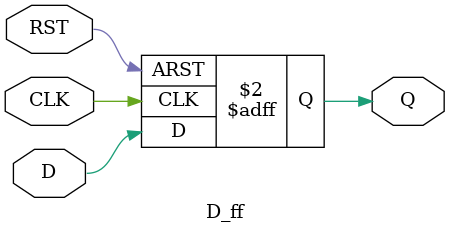
<source format=v>
`timescale 1ns / 1ps

module D_ff(D, RST, CLK, Q);

    input   RST;
    input   D;
    input   CLK;
    output  reg Q;
    
    

    
always@(posedge CLK or posedge RST)
begin

    if(RST)
    begin
        Q = 1'b0;
    end
        
    else
    begin 
        Q = D;
    end
end
    
    
  
endmodule

</source>
